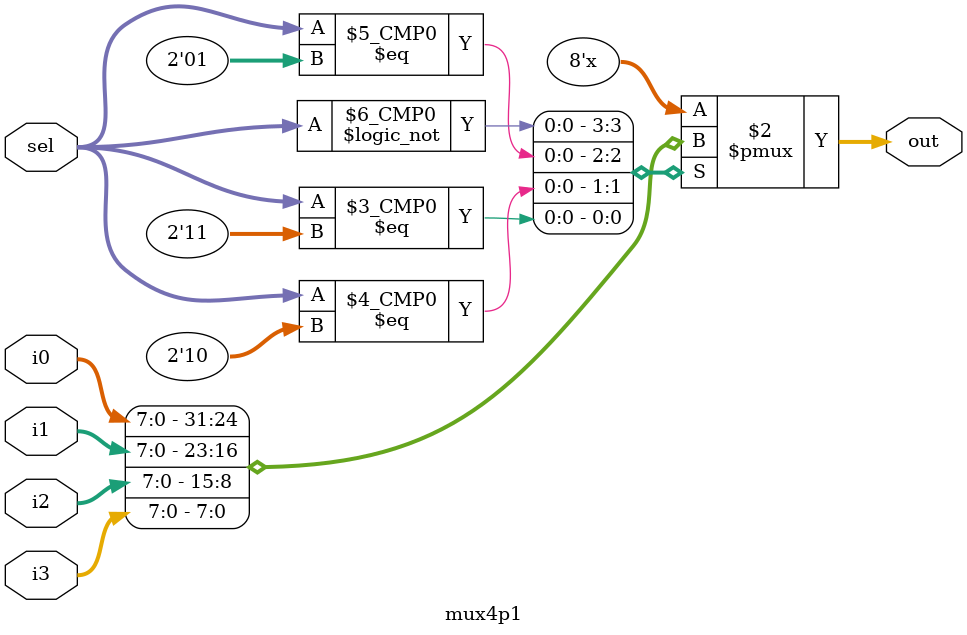
<source format=v>
module mux4p1(
	input[7:0] i0, i1, i2, i3,
	input [1:0] sel,
	output reg[7:0] out

);
	always @(sel) begin
	
		case(sel)
			2'b00: out = i0;
			2'b01: out = i1;
			2'b10: out = i2;
			2'b11: out = i3;
			default: out = i0;
		endcase
	end
endmodule
</source>
